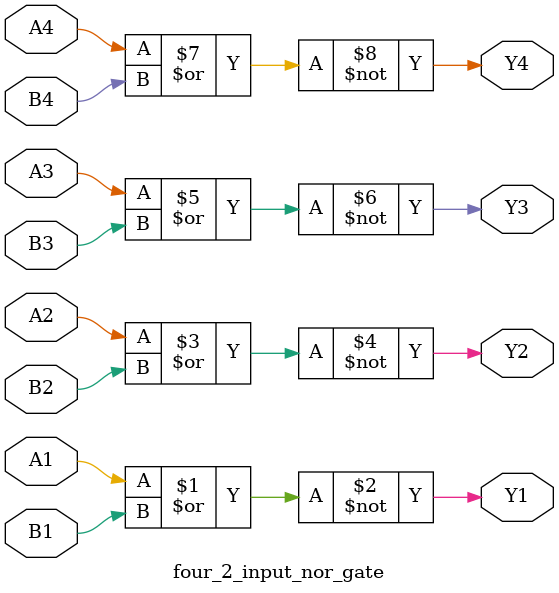
<source format=v>
`timescale 1ns / 1ps


module four_2_input_nor_gate #(parameter Delay = 0)(
    input wire A1,B1,A2,B2,A3,B3,A4,B4,
    output wire Y1,Y2,Y3,Y4
    );
    
    nor #Delay (Y1,A1,B1);
    nor #Delay (Y2,A2,B2);
    nor #Delay (Y3,A3,B3);
    nor #Delay (Y4,A4,B4);
    
endmodule

</source>
